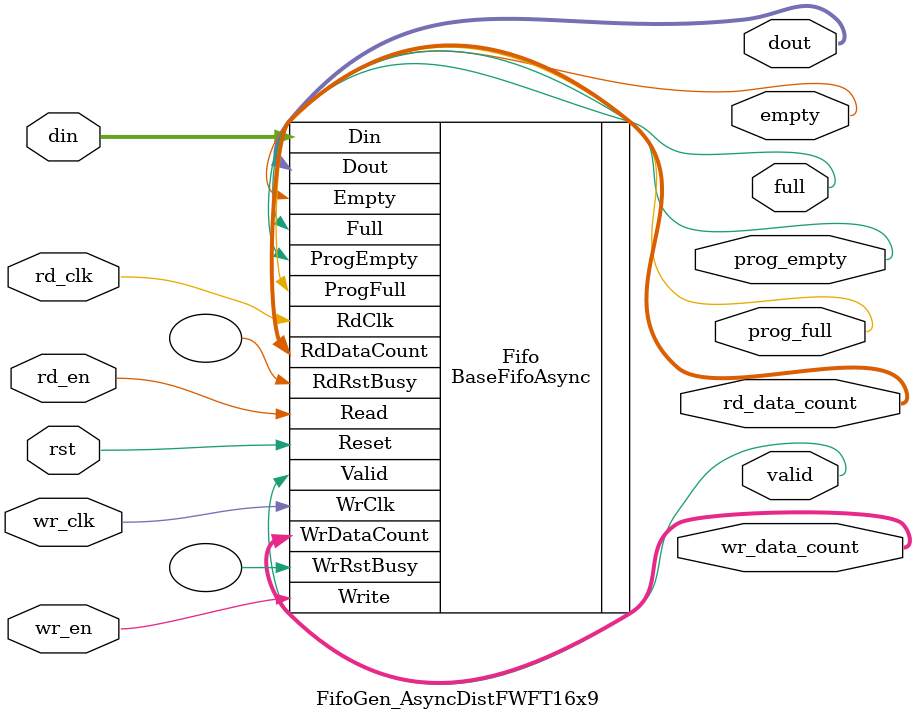
<source format=v>
/*
	FifoGen_AsyncDistFWFT16x9.v: Behavior version of 16x9 distrubuted RAM FIFO

		  Ted Rossin 10-18-2024
	  		     11-05-2024 

     Note: 
*/

`timescale 1ns / 1ps

module FifoGen_AsyncDistFWFT16x9(
     input wr_clk
    ,input rd_clk
    ,input rst
    ,input[8:0] din
    ,input wr_en
    ,input rd_en
    ,output[8:0] dout
    ,output full
    ,output empty
    ,output prog_empty
    ,output[3:0] wr_data_count
    ,output[3:0] rd_data_count
    ,output prog_full
    ,output valid
);

    BaseFifoAsync #(
	.FirstWordFall(1)
       ,.BuiltIn(0)
       ,.Width(9)
       ,.ProgEmptyValue(5)
       ,.ProgFullValue(12)
       ,.DataCountWidth(4)
       ,.Depth(16)
       ,.NumSync(2)
    ) Fifo(
     	 .WrClk(wr_clk)
     	,.RdClk(rd_clk)
    	,.Reset(rst)
	,.RdRstBusy()
	,.WrRstBusy()
    	,.Write(wr_en)
    	,.Read(rd_en)
    	,.Din(din)
    	,.Dout(dout)
    	,.ProgFull(prog_full)
    	,.WrDataCount(wr_data_count)
    	,.RdDataCount(rd_data_count)
    	,.Valid(valid)
    	,.Empty(empty)
	,.ProgEmpty(prog_empty)
    	,.Full(full)
    );
endmodule

</source>
